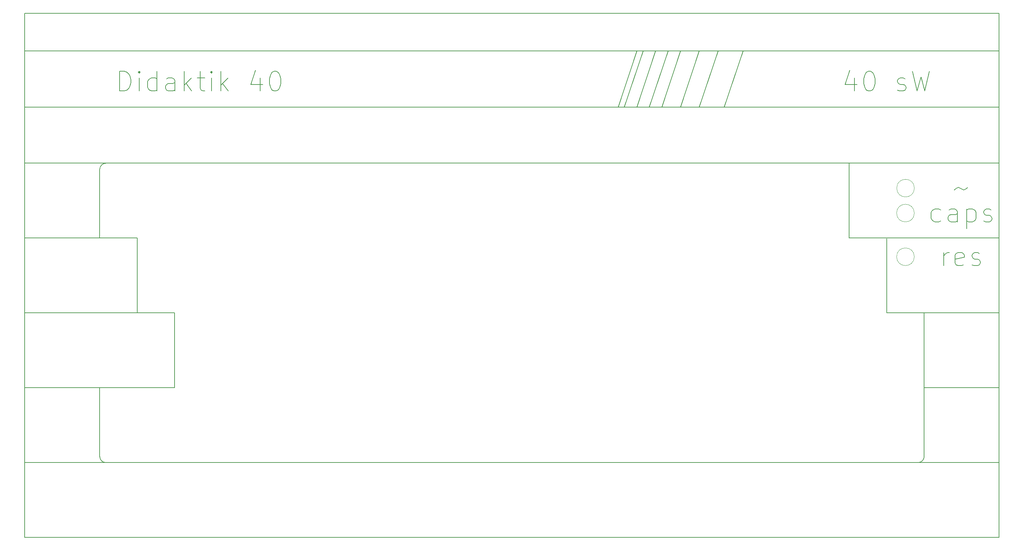
<source format=gbr>
%TF.GenerationSoftware,KiCad,Pcbnew,(6.0.7)*%
%TF.CreationDate,2022-12-24T21:51:58+01:00*%
%TF.ProjectId,Didaktik multilayout,44696461-6b74-4696-9b20-6d756c74696c,rev?*%
%TF.SameCoordinates,Original*%
%TF.FileFunction,Other,Comment*%
%FSLAX46Y46*%
G04 Gerber Fmt 4.6, Leading zero omitted, Abs format (unit mm)*
G04 Created by KiCad (PCBNEW (6.0.7)) date 2022-12-24 21:51:58*
%MOMM*%
%LPD*%
G01*
G04 APERTURE LIST*
%ADD10C,0.100000*%
%ADD11C,0.200000*%
%ADD12C,0.150000*%
G04 APERTURE END LIST*
D10*
X238782564Y-44450000D02*
G75*
G03*
X238782564Y-44450000I-2245064J0D01*
G01*
D11*
X31750000Y-88900000D02*
X12700000Y-88900000D01*
X33337500Y-107950000D02*
X239712500Y-107950000D01*
X222250000Y-31750000D02*
X222250000Y-50800000D01*
X31750000Y-50800000D02*
X41275000Y-50800000D01*
X239712500Y-107950000D02*
X260350000Y-107950000D01*
X12700000Y6350000D02*
X260350000Y6350000D01*
X260350000Y6350000D02*
X260350000Y-127000000D01*
X260350000Y-127000000D02*
X12700000Y-127000000D01*
X12700000Y-127000000D02*
X12700000Y6350000D01*
X239712500Y-107950000D02*
G75*
G03*
X241300000Y-106362500I0J1587500D01*
G01*
D12*
X12700000Y-17462500D02*
X260350000Y-17462500D01*
X165100000Y-17462500D02*
X169862500Y-3175000D01*
D11*
X50800000Y-69850000D02*
X41275000Y-69850000D01*
D12*
X41275000Y-69850000D02*
X12700000Y-69850000D01*
D11*
X33337500Y-107950000D02*
X12700000Y-107950000D01*
X31750000Y-50800000D02*
X12700000Y-50800000D01*
X33337500Y-31750000D02*
G75*
G03*
X31750000Y-33337500I0J-1587500D01*
G01*
X231775000Y-50927000D02*
X231775000Y-69850000D01*
D12*
X231775000Y-50800000D02*
X260350000Y-50800000D01*
D11*
X231775000Y-69850000D02*
X241300000Y-69850000D01*
X41275000Y-69850000D02*
X41275000Y-50800000D01*
X241300000Y-88900000D02*
X260350000Y-88900000D01*
X50800000Y-88900000D02*
X50800000Y-69850000D01*
X222250000Y-31750000D02*
X260350000Y-31750000D01*
D12*
X163512500Y-17462500D02*
X168275000Y-3175000D01*
D11*
X31750000Y-88900000D02*
X50800000Y-88900000D01*
X31750000Y-106362500D02*
G75*
G03*
X33337500Y-107950000I1587500J0D01*
G01*
D12*
X174625000Y-17462500D02*
X179387500Y-3175000D01*
X12700000Y-3175000D02*
X260350000Y-3175000D01*
D11*
X31750000Y-33337500D02*
X31750000Y-50800000D01*
D12*
X171450000Y-17462500D02*
X176212500Y-3175000D01*
D11*
X241300000Y-69850000D02*
X241300000Y-106362500D01*
D10*
X238782564Y-55562500D02*
G75*
G03*
X238782564Y-55562500I-2245064J0D01*
G01*
D11*
X31750000Y-31750000D02*
X222250000Y-31750000D01*
D12*
X190500000Y-17462500D02*
X195262500Y-3175000D01*
X184150000Y-17462500D02*
X188912500Y-3175000D01*
D11*
X31750000Y-31750000D02*
X12700000Y-31750000D01*
X222250000Y-50800000D02*
X231775000Y-50800000D01*
X31750000Y-88900000D02*
X31750000Y-106362500D01*
D10*
X238805128Y-38100000D02*
G75*
G03*
X238805128Y-38100000I-2245064J0D01*
G01*
D12*
X179387500Y-17462500D02*
X184150000Y-3175000D01*
D11*
X241300000Y-69850000D02*
X260350000Y-69850000D01*
D12*
X168275000Y-17462500D02*
X173037500Y-3175000D01*
X246301190Y-57824404D02*
X246301190Y-54491071D01*
X246301190Y-55443452D02*
X246539285Y-54967261D01*
X246777380Y-54729166D01*
X247253571Y-54491071D01*
X247729761Y-54491071D01*
X251301190Y-57586309D02*
X250825000Y-57824404D01*
X249872619Y-57824404D01*
X249396428Y-57586309D01*
X249158333Y-57110119D01*
X249158333Y-55205357D01*
X249396428Y-54729166D01*
X249872619Y-54491071D01*
X250825000Y-54491071D01*
X251301190Y-54729166D01*
X251539285Y-55205357D01*
X251539285Y-55681547D01*
X249158333Y-56157738D01*
X253444047Y-57586309D02*
X253920238Y-57824404D01*
X254872619Y-57824404D01*
X255348809Y-57586309D01*
X255586904Y-57110119D01*
X255586904Y-56872023D01*
X255348809Y-56395833D01*
X254872619Y-56157738D01*
X254158333Y-56157738D01*
X253682142Y-55919642D01*
X253444047Y-55443452D01*
X253444047Y-55205357D01*
X253682142Y-54729166D01*
X254158333Y-54491071D01*
X254872619Y-54491071D01*
X255348809Y-54729166D01*
X36792857Y-13374404D02*
X36792857Y-8374404D01*
X37983333Y-8374404D01*
X38697619Y-8612500D01*
X39173809Y-9088690D01*
X39411904Y-9564880D01*
X39650000Y-10517261D01*
X39650000Y-11231547D01*
X39411904Y-12183928D01*
X39173809Y-12660119D01*
X38697619Y-13136309D01*
X37983333Y-13374404D01*
X36792857Y-13374404D01*
X41792857Y-13374404D02*
X41792857Y-10041071D01*
X41792857Y-8374404D02*
X41554761Y-8612500D01*
X41792857Y-8850595D01*
X42030952Y-8612500D01*
X41792857Y-8374404D01*
X41792857Y-8850595D01*
X46316666Y-13374404D02*
X46316666Y-8374404D01*
X46316666Y-13136309D02*
X45840476Y-13374404D01*
X44888095Y-13374404D01*
X44411904Y-13136309D01*
X44173809Y-12898214D01*
X43935714Y-12422023D01*
X43935714Y-10993452D01*
X44173809Y-10517261D01*
X44411904Y-10279166D01*
X44888095Y-10041071D01*
X45840476Y-10041071D01*
X46316666Y-10279166D01*
X50840476Y-13374404D02*
X50840476Y-10755357D01*
X50602380Y-10279166D01*
X50126190Y-10041071D01*
X49173809Y-10041071D01*
X48697619Y-10279166D01*
X50840476Y-13136309D02*
X50364285Y-13374404D01*
X49173809Y-13374404D01*
X48697619Y-13136309D01*
X48459523Y-12660119D01*
X48459523Y-12183928D01*
X48697619Y-11707738D01*
X49173809Y-11469642D01*
X50364285Y-11469642D01*
X50840476Y-11231547D01*
X53221428Y-13374404D02*
X53221428Y-8374404D01*
X53697619Y-11469642D02*
X55126190Y-13374404D01*
X55126190Y-10041071D02*
X53221428Y-11945833D01*
X56554761Y-10041071D02*
X58459523Y-10041071D01*
X57269047Y-8374404D02*
X57269047Y-12660119D01*
X57507142Y-13136309D01*
X57983333Y-13374404D01*
X58459523Y-13374404D01*
X60126190Y-13374404D02*
X60126190Y-10041071D01*
X60126190Y-8374404D02*
X59888095Y-8612500D01*
X60126190Y-8850595D01*
X60364285Y-8612500D01*
X60126190Y-8374404D01*
X60126190Y-8850595D01*
X62507142Y-13374404D02*
X62507142Y-8374404D01*
X62983333Y-11469642D02*
X64411904Y-13374404D01*
X64411904Y-10041071D02*
X62507142Y-11945833D01*
X72507142Y-10041071D02*
X72507142Y-13374404D01*
X71316666Y-8136309D02*
X70126190Y-11707738D01*
X73221428Y-11707738D01*
X76078571Y-8374404D02*
X76554761Y-8374404D01*
X77030952Y-8612500D01*
X77269047Y-8850595D01*
X77507142Y-9326785D01*
X77745238Y-10279166D01*
X77745238Y-11469642D01*
X77507142Y-12422023D01*
X77269047Y-12898214D01*
X77030952Y-13136309D01*
X76554761Y-13374404D01*
X76078571Y-13374404D01*
X75602380Y-13136309D01*
X75364285Y-12898214D01*
X75126190Y-12422023D01*
X74888095Y-11469642D01*
X74888095Y-10279166D01*
X75126190Y-9326785D01*
X75364285Y-8850595D01*
X75602380Y-8612500D01*
X76078571Y-8374404D01*
X245467857Y-46473809D02*
X244991666Y-46711904D01*
X244039285Y-46711904D01*
X243563095Y-46473809D01*
X243325000Y-46235714D01*
X243086904Y-45759523D01*
X243086904Y-44330952D01*
X243325000Y-43854761D01*
X243563095Y-43616666D01*
X244039285Y-43378571D01*
X244991666Y-43378571D01*
X245467857Y-43616666D01*
X249753571Y-46711904D02*
X249753571Y-44092857D01*
X249515476Y-43616666D01*
X249039285Y-43378571D01*
X248086904Y-43378571D01*
X247610714Y-43616666D01*
X249753571Y-46473809D02*
X249277380Y-46711904D01*
X248086904Y-46711904D01*
X247610714Y-46473809D01*
X247372619Y-45997619D01*
X247372619Y-45521428D01*
X247610714Y-45045238D01*
X248086904Y-44807142D01*
X249277380Y-44807142D01*
X249753571Y-44569047D01*
X252134523Y-43378571D02*
X252134523Y-48378571D01*
X252134523Y-43616666D02*
X252610714Y-43378571D01*
X253563095Y-43378571D01*
X254039285Y-43616666D01*
X254277380Y-43854761D01*
X254515476Y-44330952D01*
X254515476Y-45759523D01*
X254277380Y-46235714D01*
X254039285Y-46473809D01*
X253563095Y-46711904D01*
X252610714Y-46711904D01*
X252134523Y-46473809D01*
X256420238Y-46473809D02*
X256896428Y-46711904D01*
X257848809Y-46711904D01*
X258325000Y-46473809D01*
X258563095Y-45997619D01*
X258563095Y-45759523D01*
X258325000Y-45283333D01*
X257848809Y-45045238D01*
X257134523Y-45045238D01*
X256658333Y-44807142D01*
X256420238Y-44330952D01*
X256420238Y-44092857D01*
X256658333Y-43616666D01*
X257134523Y-43378571D01*
X257848809Y-43378571D01*
X258325000Y-43616666D01*
X248991666Y-38600000D02*
X249325000Y-38266666D01*
X249991666Y-37933333D01*
X251325000Y-38600000D01*
X251991666Y-38266666D01*
X252325000Y-37933333D01*
X223560714Y-10041071D02*
X223560714Y-13374404D01*
X222370238Y-8136309D02*
X221179761Y-11707738D01*
X224275000Y-11707738D01*
X227132142Y-8374404D02*
X227608333Y-8374404D01*
X228084523Y-8612500D01*
X228322619Y-8850595D01*
X228560714Y-9326785D01*
X228798809Y-10279166D01*
X228798809Y-11469642D01*
X228560714Y-12422023D01*
X228322619Y-12898214D01*
X228084523Y-13136309D01*
X227608333Y-13374404D01*
X227132142Y-13374404D01*
X226655952Y-13136309D01*
X226417857Y-12898214D01*
X226179761Y-12422023D01*
X225941666Y-11469642D01*
X225941666Y-10279166D01*
X226179761Y-9326785D01*
X226417857Y-8850595D01*
X226655952Y-8612500D01*
X227132142Y-8374404D01*
X234513095Y-13136309D02*
X234989285Y-13374404D01*
X235941666Y-13374404D01*
X236417857Y-13136309D01*
X236655952Y-12660119D01*
X236655952Y-12422023D01*
X236417857Y-11945833D01*
X235941666Y-11707738D01*
X235227380Y-11707738D01*
X234751190Y-11469642D01*
X234513095Y-10993452D01*
X234513095Y-10755357D01*
X234751190Y-10279166D01*
X235227380Y-10041071D01*
X235941666Y-10041071D01*
X236417857Y-10279166D01*
X238322619Y-8374404D02*
X239513095Y-13374404D01*
X240465476Y-9802976D01*
X241417857Y-13374404D01*
X242608333Y-8374404D01*
M02*

</source>
